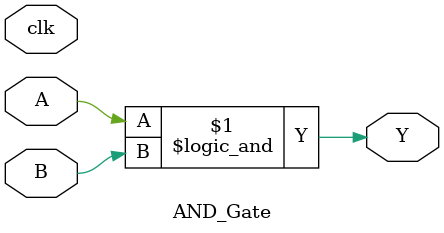
<source format=sv>
module AND_Gate(
  input A,
  input B,
  output Y,
  input clk);
  assign Y = A&&B; 
endmodule

</source>
